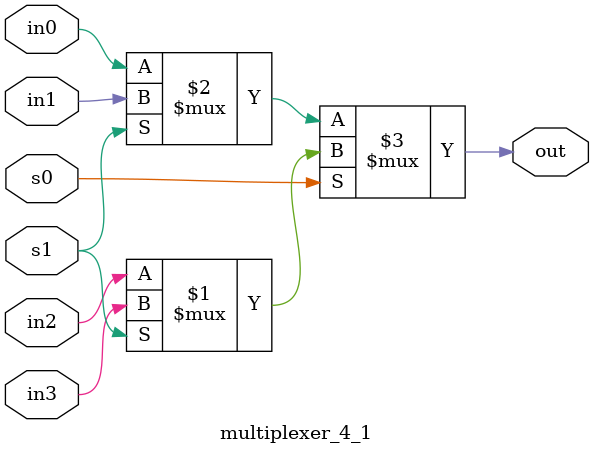
<source format=v>
module main;

reg IN0,IN2,IN3,IN1,S0,S1;
wire OUT ;

//instantiation 
multiplexer_4_1 m1(.out(OUT),.in0(IN0),.in1(IN1),.in2(IN2),.in3(IN3),.s0(S0),.s1(S1));


initial
begin
$monitor($time," S0=%b|| S1=%b || I0=%b || I1=%b || I2=%b || I3=%b || OUT=%b",S0,S1,IN0,IN1,IN2,IN3,OUT);
end


//assigment of DUT values
initial
begin 
  IN0=0;IN1=0;IN2=1;IN3=1;
  S0=0;S1=0; #5;

   IN0=0;IN1=0;IN2=1;IN3=1;
  //IN0=1;IN1=0;IN2=1;IN3=1;
  S0=0;S1=1; #5;

   IN0=0;IN1=0;IN2=1;IN3=1;
  //IN0=1;IN1=0;IN2=1;IN3=0;
  S0=1;S1=0; #5;

   IN0=0;IN1=0;IN2=1;IN3=1;
  //IN0=1;IN1=1;IN2=1;IN3=1;
  S0=1;S1=1; #5;
end
endmodule


module multiplexer_4_1(out , in0,in1,in2,in3,s0,s1);
output out;
input in0,in1,in2,in3,s0,s1;

assign out = s0?(s1?in3:in2):(s1?in1:in0);

endmodule

</source>
